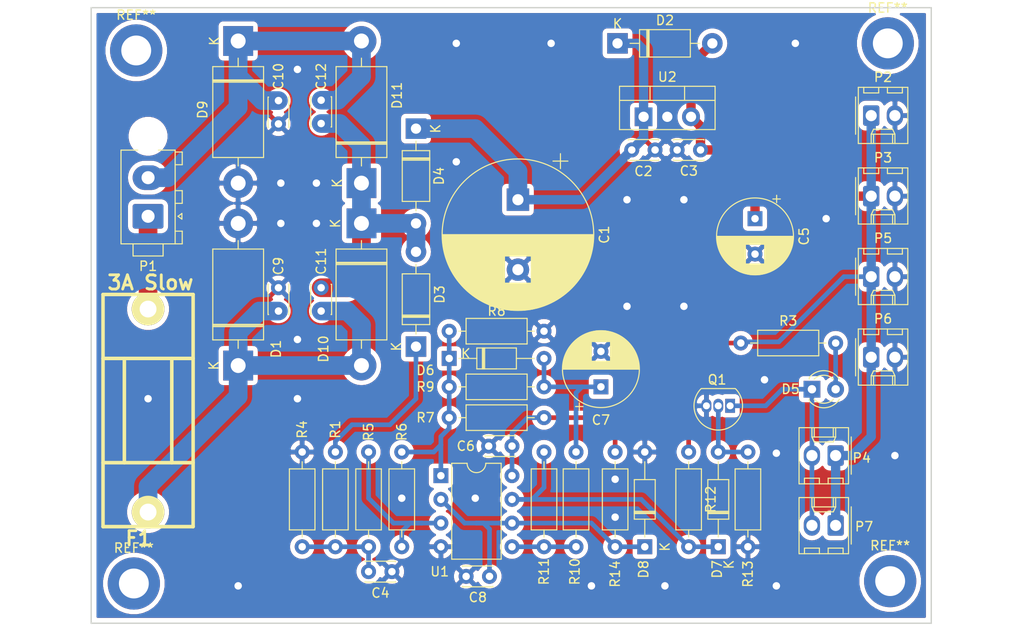
<source format=kicad_pcb>
(kicad_pcb (version 20171130) (host pcbnew "(5.1.4)-1")
  (layers (0 F.Cu jumper) (31 B.Cu signal) (34 B.Paste user) (35 F.Paste user) (36 B.SilkS user) (37 F.SilkS user) (38 B.Mask user) (39 F.Mask user) (44 Edge.Cuts user))
  (net 0 "")
  (net 1 "Net-(C1-Pad1)")
  (net 2 GND)
  (net 3 +12V)
  (net 4 "Net-(C4-Pad1)")
  (net 5 "Net-(F1-Pad1)")
  (net 6 "Net-(D5-Pad2)")
  (net 7 "Net-(C7-Pad1)")
  (net 8 "Net-(D3-Pad1)")
  (net 9 "Net-(D5-Pad1)")
  (net 10 "Net-(D6-Pad1)")
  (net 11 "Net-(D7-Pad2)")
  (net 12 "Net-(D7-Pad1)")
  (net 13 "Net-(R5-Pad1)")
  (net 14 "Net-(R10-Pad2)")
  (net 15 /Vref)
  (net 16 "Net-(C11-Pad1)")
  (net 17 "Net-(C10-Pad2)")
  (net 18 "Net-(C11-Pad2)")
  (module w_misc_comp:fuse_holder_CQ-2 (layer F.Cu) (at 96.266 90.424)
    (fp_text reference F1 (at -1.016 13.716) (layer F.SilkS) (effects (font (size 1.524 1.524) (thickness 0.3048))))
    (fp_text value "3A Slow" (at 0.254 -13.716) (layer F.SilkS) (effects (font (size 1.524 1.524) (thickness 0.3048))))
    (pad 2 thru_hole circle (at 0 10.8839) (size 3.50012 3.50012) (drill 1.80086) (layers *.Cu *.Mask F.SilkS) (net 16 "Net-(C11-Pad1)"))
    (pad 1 thru_hole circle (at 0 -10.8839) (size 3.50012 3.50012) (drill 1.80086) (layers *.Cu *.Mask F.SilkS) (net 5 "Net-(F1-Pad1)"))
  )
  (module MountingHole:MountingHole_3.2mm_M3_DIN965_Pad (layer F.Cu) (at 175.768 108.712)
    (fp_text reference REF** (at 0 -3.8) (layer F.SilkS))
    (fp_text value MountingHole_3.2mm_M3_DIN965_Pad)
    (pad 1 thru_hole circle (at 0 0) (size 5.6 5.6) (drill 3.2) (layers *.Cu *.Mask))
  )
  (module MountingHole:MountingHole_3.2mm_M3_DIN965_Pad (layer F.Cu) (at 94.742 108.966)
    (fp_text reference REF** (at 0 -3.8) (layer F.SilkS))
    (fp_text value MountingHole_3.2mm_M3_DIN965_Pad)
    (pad 1 thru_hole circle (at 0 0) (size 5.6 5.6) (drill 3.2) (layers *.Cu *.Mask))
  )
  (module MountingHole:MountingHole_3.2mm_M3_DIN965_Pad (layer F.Cu) (at 175.514 51.054)
    (fp_text reference REF** (at 0 -3.8) (layer F.SilkS))
    (fp_text value MountingHole_3.2mm_M3_DIN965_Pad)
    (pad 1 thru_hole circle (at 0 0) (size 5.6 5.6) (drill 3.2) (layers *.Cu *.Mask))
  )
  (module MountingHole:MountingHole_3.2mm_M3_DIN965_Pad (layer F.Cu) (at 94.996 51.816)
    (fp_text reference REF** (at 0 -3.8) (layer F.SilkS))
    (fp_text value MountingHole_3.2mm_M3_DIN965_Pad)
    (pad 1 thru_hole circle (at 0 0) (size 5.6 5.6) (drill 3.2) (layers *.Cu *.Mask))
  )
  (module Diode_THT:D_DO-35_SOD27_P10.16mm_Horizontal (layer F.Cu) (at 149.479 105.029 90)
    (fp_text reference D8 (at -2.413 -0.127 90) (layer F.SilkS))
    (fp_text value ZD3V9)
    (fp_text user K (at 0 2.159 90) (layer F.SilkS))
    (pad 2 thru_hole oval (at 10.16 0 90) (size 1.6 1.6) (drill 0.8) (layers *.Cu *.Mask) (net 2 GND))
    (pad 1 thru_hole rect (at 0 0 90) (size 1.6 1.6) (drill 0.8) (layers *.Cu *.Mask) (net 15 /Vref))
  )
  (module Diode_THT:D_DO-35_SOD27_P10.16mm_Horizontal (layer F.Cu) (at 157.353 105.029 90)
    (fp_text reference D7 (at -2.413 -0.127 90) (layer F.SilkS))
    (fp_text value ZD5V6)
    (fp_text user K (at -1.905 1.143 90) (layer F.SilkS))
    (pad 2 thru_hole oval (at 10.16 0 90) (size 1.6 1.6) (drill 0.8) (layers *.Cu *.Mask) (net 11 "Net-(D7-Pad2)"))
    (pad 1 thru_hole rect (at 0 0 90) (size 1.6 1.6) (drill 0.8) (layers *.Cu *.Mask) (net 12 "Net-(D7-Pad1)"))
  )
  (module Diode_THT:D_DO-35_SOD27_P10.16mm_Horizontal (layer F.Cu) (at 128.524 84.836)
    (fp_text reference D6 (at -2.54 1.27) (layer F.SilkS))
    (fp_text value 1N4148)
    (fp_text user K (at 1.778 -0.508) (layer F.SilkS))
    (pad 2 thru_hole oval (at 10.16 0) (size 1.6 1.6) (drill 0.8) (layers *.Cu *.Mask) (net 7 "Net-(C7-Pad1)"))
    (pad 1 thru_hole rect (at 0 0) (size 1.6 1.6) (drill 0.8) (layers *.Cu *.Mask) (net 10 "Net-(D6-Pad1)"))
  )
  (module Resistor_THT:R_Axial_DIN0207_L6.3mm_D2.5mm_P10.16mm_Horizontal (layer F.Cu) (at 146.304 94.869 270)
    (fp_text reference R14 (at 13.081 0 90) (layer F.SilkS))
    (fp_text value 4K7)
    (pad 2 thru_hole oval (at 10.16 0 270) (size 1.6 1.6) (drill 0.8) (layers *.Cu *.Mask) (net 15 /Vref))
    (pad 1 thru_hole circle (at 0 0 270) (size 1.6 1.6) (drill 0.8) (layers *.Cu *.Mask) (net 3 +12V))
  )
  (module Diode_THT:D_DO-201AD_P15.24mm_Horizontal (layer F.Cu) (at 119.126 66.04 90)
    (fp_text reference D11 (at 9.398 3.81 90) (layer F.SilkS))
    (fp_text value SB350)
    (fp_text user K (at 0 -2.6 90) (layer F.SilkS))
    (pad 2 thru_hole oval (at 15.24 0 90) (size 3.2 3.2) (drill 1.6) (layers *.Cu *.Mask) (net 17 "Net-(C10-Pad2)"))
    (pad 1 thru_hole rect (at 0 0 90) (size 3.2 3.2) (drill 1.6) (layers *.Cu *.Mask) (net 18 "Net-(C11-Pad2)"))
  )
  (module Diode_THT:D_DO-201AD_P15.24mm_Horizontal (layer F.Cu) (at 119.126 70.358 270)
    (fp_text reference D10 (at 13.462 4.064 90) (layer F.SilkS))
    (fp_text value SB350)
    (fp_text user K (at 0 2.794 90) (layer F.SilkS))
    (pad 2 thru_hole oval (at 15.24 0 270) (size 3.2 3.2) (drill 1.6) (layers *.Cu *.Mask) (net 16 "Net-(C11-Pad1)"))
    (pad 1 thru_hole rect (at 0 0 270) (size 3.2 3.2) (drill 1.6) (layers *.Cu *.Mask) (net 18 "Net-(C11-Pad2)"))
  )
  (module Diode_THT:D_DO-201AD_P15.24mm_Horizontal (layer F.Cu) (at 105.918 50.8 270)
    (fp_text reference D9 (at 7.366 3.81 90) (layer F.SilkS))
    (fp_text value SB350)
    (fp_text user K (at 0 2.54 90) (layer F.SilkS))
    (pad 2 thru_hole oval (at 15.24 0 270) (size 3.2 3.2) (drill 1.6) (layers *.Cu *.Mask) (net 2 GND))
    (pad 1 thru_hole rect (at 0 0 270) (size 3.2 3.2) (drill 1.6) (layers *.Cu *.Mask) (net 17 "Net-(C10-Pad2)"))
  )
  (module Diode_THT:D_DO-201AD_P15.24mm_Horizontal (layer F.Cu) (at 105.918 85.598 90)
    (fp_text reference D1 (at 1.778 4.064 90) (layer F.SilkS))
    (fp_text value SB350)
    (fp_text user K (at 0 -2.6 90) (layer F.SilkS))
    (pad 2 thru_hole oval (at 15.24 0 90) (size 3.2 3.2) (drill 1.6) (layers *.Cu *.Mask) (net 2 GND))
    (pad 1 thru_hole rect (at 0 0 90) (size 3.2 3.2) (drill 1.6) (layers *.Cu *.Mask) (net 16 "Net-(C11-Pad1)"))
  )
  (module Capacitor_THT:C_Disc_D3.0mm_W2.0mm_P2.50mm (layer F.Cu) (at 114.808 59.65 90)
    (fp_text reference C12 (at 5.04 0 90) (layer F.SilkS))
    (fp_text value 22nF)
    (pad 2 thru_hole circle (at 2.5 0 90) (size 1.6 1.6) (drill 0.8) (layers *.Cu *.Mask) (net 17 "Net-(C10-Pad2)"))
    (pad 1 thru_hole circle (at 0 0 90) (size 1.6 1.6) (drill 0.8) (layers *.Cu *.Mask) (net 18 "Net-(C11-Pad2)"))
  )
  (module Capacitor_THT:C_Disc_D3.0mm_W2.0mm_P2.50mm (layer F.Cu) (at 114.808 79.756 90)
    (fp_text reference C11 (at 5.334 0 90) (layer F.SilkS))
    (fp_text value 22nF)
    (pad 2 thru_hole circle (at 2.5 0 90) (size 1.6 1.6) (drill 0.8) (layers *.Cu *.Mask) (net 18 "Net-(C11-Pad2)"))
    (pad 1 thru_hole circle (at 0 0 90) (size 1.6 1.6) (drill 0.8) (layers *.Cu *.Mask) (net 16 "Net-(C11-Pad1)"))
  )
  (module Capacitor_THT:C_Disc_D3.0mm_W2.0mm_P2.50mm (layer F.Cu) (at 110.236 59.69 90)
    (fp_text reference C10 (at 5.08 0 90) (layer F.SilkS))
    (fp_text value 22nF)
    (pad 2 thru_hole circle (at 2.5 0 90) (size 1.6 1.6) (drill 0.8) (layers *.Cu *.Mask) (net 17 "Net-(C10-Pad2)"))
    (pad 1 thru_hole circle (at 0 0 90) (size 1.6 1.6) (drill 0.8) (layers *.Cu *.Mask) (net 2 GND))
  )
  (module Capacitor_THT:C_Disc_D3.0mm_W2.0mm_P2.50mm (layer F.Cu) (at 110.236 79.756 90)
    (fp_text reference C9 (at 4.826 0 90) (layer F.SilkS))
    (fp_text value 22nF)
    (pad 2 thru_hole circle (at 2.5 0 90) (size 1.6 1.6) (drill 0.8) (layers *.Cu *.Mask) (net 2 GND))
    (pad 1 thru_hole circle (at 0 0 90) (size 1.6 1.6) (drill 0.8) (layers *.Cu *.Mask) (net 16 "Net-(C11-Pad1)"))
  )
  (module Capacitor_THT:C_Disc_D3.0mm_W2.0mm_P2.50mm (layer F.Cu) (at 132.842 108.204 180)
    (fp_text reference C8 (at 1.25 -2.25) (layer F.SilkS))
    (fp_text value "100nF / 63V")
    (pad 2 thru_hole circle (at 2.5 0 180) (size 1.6 1.6) (drill 0.8) (layers *.Cu *.Mask) (net 2 GND))
    (pad 1 thru_hole circle (at 0 0 180) (size 1.6 1.6) (drill 0.8) (layers *.Cu *.Mask) (net 15 /Vref))
  )
  (module Capacitor_THT:C_Disc_D3.0mm_W2.0mm_P2.50mm (layer F.Cu) (at 135.255 94.234 180)
    (fp_text reference C6 (at 4.953 0) (layer F.SilkS))
    (fp_text value "100nF / 63V")
    (pad 2 thru_hole circle (at 2.5 0 180) (size 1.6 1.6) (drill 0.8) (layers *.Cu *.Mask) (net 2 GND))
    (pad 1 thru_hole circle (at 0 0 180) (size 1.6 1.6) (drill 0.8) (layers *.Cu *.Mask) (net 3 +12V))
  )
  (module Capacitor_THT:CP_Radial_D8.0mm_P3.80mm (layer F.Cu) (at 144.78 87.884 90)
    (fp_text reference C7 (at -3.556 0 180) (layer F.SilkS))
    (fp_text value "47µF / 16V")
    (pad 2 thru_hole circle (at 3.8 0 90) (size 1.6 1.6) (drill 0.8) (layers *.Cu *.Mask) (net 2 GND))
    (pad 1 thru_hole rect (at 0 0 90) (size 1.6 1.6) (drill 0.8) (layers *.Cu *.Mask) (net 7 "Net-(C7-Pad1)"))
  )
  (module Diode_THT:D_DO-41_SOD81_P10.16mm_Horizontal (layer F.Cu) (at 124.968 60.198 270)
    (fp_text reference D4 (at 5.08 -2.47 90) (layer F.SilkS))
    (fp_text value SB350)
    (fp_text user K (at 0 -2.1 90) (layer F.SilkS))
    (pad 2 thru_hole oval (at 10.16 0 270) (size 2.2 2.2) (drill 1.1) (layers *.Cu *.Mask) (net 18 "Net-(C11-Pad2)"))
    (pad 1 thru_hole rect (at 0 0 270) (size 2.2 2.2) (drill 1.1) (layers *.Cu *.Mask) (net 1 "Net-(C1-Pad1)"))
  )
  (module Diode_THT:D_DO-41_SOD81_P10.16mm_Horizontal (layer F.Cu) (at 124.968 83.566 90)
    (fp_text reference D3 (at 5.588 2.54 90) (layer F.SilkS))
    (fp_text value SB190)
    (fp_text user K (at 0 -2.1 90) (layer F.SilkS))
    (pad 2 thru_hole oval (at 10.16 0 90) (size 2.2 2.2) (drill 1.1) (layers *.Cu *.Mask) (net 18 "Net-(C11-Pad2)"))
    (pad 1 thru_hole rect (at 0 0 90) (size 2.2 2.2) (drill 1.1) (layers *.Cu *.Mask) (net 8 "Net-(D3-Pad1)"))
  )
  (module Capacitor_THT:C_Disc_D3.0mm_W2.0mm_P2.50mm (layer F.Cu) (at 119.888 107.696)
    (fp_text reference C4 (at 1.27 2.286) (layer F.SilkS))
    (fp_text value "1µF / 16V")
    (pad 2 thru_hole circle (at 2.5 0) (size 1.6 1.6) (drill 0.8) (layers *.Cu *.Mask) (net 2 GND))
    (pad 1 thru_hole circle (at 0 0) (size 1.6 1.6) (drill 0.8) (layers *.Cu *.Mask) (net 4 "Net-(C4-Pad1)"))
  )
  (module Package_TO_SOT_THT:TO-92_Inline (layer F.Cu) (at 158.623 89.916 180)
    (fp_text reference Q1 (at 1.397 2.794) (layer F.SilkS))
    (fp_text value BS170)
    (pad 1 thru_hole rect (at 0 0 180) (size 1.05 1.5) (drill 0.75) (layers *.Cu *.Mask) (net 9 "Net-(D5-Pad1)"))
    (pad 3 thru_hole oval (at 2.54 0 180) (size 1.05 1.5) (drill 0.75) (layers *.Cu *.Mask) (net 2 GND))
    (pad 2 thru_hole oval (at 1.27 0 180) (size 1.05 1.5) (drill 0.75) (layers *.Cu *.Mask) (net 11 "Net-(D7-Pad2)"))
  )
  (module Resistor_THT:R_Axial_DIN0207_L6.3mm_D2.5mm_P10.16mm_Horizontal (layer F.Cu) (at 116.332 94.869 270)
    (fp_text reference R1 (at -2.413 0 90) (layer F.SilkS))
    (fp_text value 82K)
    (pad 2 thru_hole oval (at 10.16 0 270) (size 1.6 1.6) (drill 0.8) (layers *.Cu *.Mask) (net 4 "Net-(C4-Pad1)"))
    (pad 1 thru_hole circle (at 0 0 270) (size 1.6 1.6) (drill 0.8) (layers *.Cu *.Mask) (net 8 "Net-(D3-Pad1)"))
  )
  (module Resistor_THT:R_Axial_DIN0207_L6.3mm_D2.5mm_P10.16mm_Horizontal (layer F.Cu) (at 112.776 105.029 90)
    (fp_text reference R4 (at 12.573 0 90) (layer F.SilkS))
    (fp_text value 100K)
    (pad 2 thru_hole oval (at 10.16 0 90) (size 1.6 1.6) (drill 0.8) (layers *.Cu *.Mask) (net 2 GND))
    (pad 1 thru_hole circle (at 0 0 90) (size 1.6 1.6) (drill 0.8) (layers *.Cu *.Mask) (net 4 "Net-(C4-Pad1)"))
  )
  (module Resistor_THT:R_Axial_DIN0207_L6.3mm_D2.5mm_P10.16mm_Horizontal (layer F.Cu) (at 119.888 94.869 270)
    (fp_text reference R5 (at -2.159 0 90) (layer F.SilkS))
    (fp_text value 10K)
    (pad 2 thru_hole oval (at 10.16 0 270) (size 1.6 1.6) (drill 0.8) (layers *.Cu *.Mask) (net 4 "Net-(C4-Pad1)"))
    (pad 1 thru_hole circle (at 0 0 270) (size 1.6 1.6) (drill 0.8) (layers *.Cu *.Mask) (net 13 "Net-(R5-Pad1)"))
  )
  (module Resistor_THT:R_Axial_DIN0207_L6.3mm_D2.5mm_P10.16mm_Horizontal (layer F.Cu) (at 128.524 91.186)
    (fp_text reference R7 (at -2.54 0) (layer F.SilkS))
    (fp_text value 10K)
    (pad 2 thru_hole oval (at 10.16 0) (size 1.6 1.6) (drill 0.8) (layers *.Cu *.Mask) (net 3 +12V))
    (pad 1 thru_hole circle (at 0 0) (size 1.6 1.6) (drill 0.8) (layers *.Cu *.Mask) (net 10 "Net-(D6-Pad1)"))
  )
  (module Resistor_THT:R_Axial_DIN0207_L6.3mm_D2.5mm_P10.16mm_Horizontal (layer F.Cu) (at 138.684 81.915 180)
    (fp_text reference R8 (at 5.08 2.159) (layer F.SilkS))
    (fp_text value 10K)
    (pad 2 thru_hole oval (at 10.16 0 180) (size 1.6 1.6) (drill 0.8) (layers *.Cu *.Mask) (net 10 "Net-(D6-Pad1)"))
    (pad 1 thru_hole circle (at 0 0 180) (size 1.6 1.6) (drill 0.8) (layers *.Cu *.Mask) (net 2 GND))
  )
  (module Resistor_THT:R_Axial_DIN0207_L6.3mm_D2.5mm_P10.16mm_Horizontal (layer F.Cu) (at 128.524 87.884)
    (fp_text reference R9 (at -2.54 0) (layer F.SilkS))
    (fp_text value 470K)
    (pad 2 thru_hole oval (at 10.16 0) (size 1.6 1.6) (drill 0.8) (layers *.Cu *.Mask) (net 7 "Net-(C7-Pad1)"))
    (pad 1 thru_hole circle (at 0 0) (size 1.6 1.6) (drill 0.8) (layers *.Cu *.Mask) (net 10 "Net-(D6-Pad1)"))
  )
  (module Resistor_THT:R_Axial_DIN0207_L6.3mm_D2.5mm_P10.16mm_Horizontal (layer F.Cu) (at 123.444 94.869 270)
    (fp_text reference R6 (at -2.159 0 90) (layer F.SilkS))
    (fp_text value 1M)
    (pad 2 thru_hole oval (at 10.16 0 270) (size 1.6 1.6) (drill 0.8) (layers *.Cu *.Mask) (net 13 "Net-(R5-Pad1)"))
    (pad 1 thru_hole circle (at 0 0 270) (size 1.6 1.6) (drill 0.8) (layers *.Cu *.Mask) (net 10 "Net-(D6-Pad1)"))
  )
  (module Resistor_THT:R_Axial_DIN0207_L6.3mm_D2.5mm_P10.16mm_Horizontal (layer F.Cu) (at 142.113 94.869 270)
    (fp_text reference R10 (at 12.827 0.127 90) (layer F.SilkS))
    (fp_text value 10K)
    (pad 2 thru_hole oval (at 10.16 0 270) (size 1.6 1.6) (drill 0.8) (layers *.Cu *.Mask) (net 14 "Net-(R10-Pad2)"))
    (pad 1 thru_hole circle (at 0 0 270) (size 1.6 1.6) (drill 0.8) (layers *.Cu *.Mask) (net 7 "Net-(C7-Pad1)"))
  )
  (module Resistor_THT:R_Axial_DIN0207_L6.3mm_D2.5mm_P10.16mm_Horizontal (layer F.Cu) (at 138.684 105.029 90)
    (fp_text reference R11 (at -2.667 0 90) (layer F.SilkS))
    (fp_text value 5M1)
    (pad 2 thru_hole oval (at 10.16 0 90) (size 1.6 1.6) (drill 0.8) (layers *.Cu *.Mask) (net 12 "Net-(D7-Pad1)"))
    (pad 1 thru_hole circle (at 0 0 90) (size 1.6 1.6) (drill 0.8) (layers *.Cu *.Mask) (net 14 "Net-(R10-Pad2)"))
  )
  (module Package_DIP:DIP-8_W7.62mm (layer F.Cu) (at 127.635 97.409)
    (fp_text reference U1 (at -0.127 10.287) (layer F.SilkS))
    (fp_text value LM393)
    (pad 1 thru_hole rect (at 0 0) (size 1.6 1.6) (drill 0.8) (layers *.Cu *.Mask) (net 10 "Net-(D6-Pad1)"))
    (pad 5 thru_hole oval (at 7.62 7.62) (size 1.6 1.6) (drill 0.8) (layers *.Cu *.Mask) (net 14 "Net-(R10-Pad2)"))
    (pad 2 thru_hole oval (at 0 2.54) (size 1.6 1.6) (drill 0.8) (layers *.Cu *.Mask) (net 15 /Vref))
    (pad 6 thru_hole oval (at 7.62 5.08) (size 1.6 1.6) (drill 0.8) (layers *.Cu *.Mask) (net 15 /Vref))
    (pad 3 thru_hole oval (at 0 5.08) (size 1.6 1.6) (drill 0.8) (layers *.Cu *.Mask) (net 13 "Net-(R5-Pad1)"))
    (pad 7 thru_hole oval (at 7.62 2.54) (size 1.6 1.6) (drill 0.8) (layers *.Cu *.Mask) (net 12 "Net-(D7-Pad1)"))
    (pad 4 thru_hole oval (at 0 7.62) (size 1.6 1.6) (drill 0.8) (layers *.Cu *.Mask) (net 2 GND))
    (pad 8 thru_hole oval (at 7.62 0) (size 1.6 1.6) (drill 0.8) (layers *.Cu *.Mask) (net 3 +12V))
  )
  (module Resistor_THT:R_Axial_DIN0207_L6.3mm_D2.5mm_P10.16mm_Horizontal (layer F.Cu) (at 154.178 94.869 270)
    (fp_text reference R12 (at 5.08 -2.37 90) (layer F.SilkS))
    (fp_text value 10K)
    (pad 2 thru_hole oval (at 10.16 0 270) (size 1.6 1.6) (drill 0.8) (layers *.Cu *.Mask) (net 12 "Net-(D7-Pad1)"))
    (pad 1 thru_hole circle (at 0 0 270) (size 1.6 1.6) (drill 0.8) (layers *.Cu *.Mask) (net 3 +12V))
  )
  (module Resistor_THT:R_Axial_DIN0207_L6.3mm_D2.5mm_P10.16mm_Horizontal (layer F.Cu) (at 160.528 94.869 270)
    (fp_text reference R13 (at 13.081 0 90) (layer F.SilkS))
    (fp_text value 10K)
    (pad 2 thru_hole oval (at 10.16 0 270) (size 1.6 1.6) (drill 0.8) (layers *.Cu *.Mask) (net 2 GND))
    (pad 1 thru_hole circle (at 0 0 270) (size 1.6 1.6) (drill 0.8) (layers *.Cu *.Mask) (net 11 "Net-(D7-Pad2)"))
  )
  (module Package_TO_SOT_THT:TO-220-3_Vertical (layer F.Cu) (at 149.352 58.928)
    (fp_text reference U2 (at 2.54 -4.27) (layer F.SilkS))
    (fp_text value LM7812CT)
    (pad 3 thru_hole oval (at 5.08 0) (size 1.905 2) (drill 1.1) (layers *.Cu *.Mask) (net 3 +12V))
    (pad 2 thru_hole oval (at 2.54 0) (size 1.905 2) (drill 1.1) (layers *.Cu *.Mask) (net 2 GND))
    (pad 1 thru_hole rect (at 0 0) (size 1.905 2) (drill 1.1) (layers *.Cu *.Mask) (net 1 "Net-(C1-Pad1)"))
  )
  (module Resistor_THT:R_Axial_DIN0207_L6.3mm_D2.5mm_P10.16mm_Horizontal (layer F.Cu) (at 159.766 83.185)
    (fp_text reference R3 (at 5.08 -2.37 180) (layer F.SilkS))
    (fp_text value 47k)
    (pad 2 thru_hole oval (at 10.16 0) (size 1.6 1.6) (drill 0.8) (layers *.Cu *.Mask) (net 6 "Net-(D5-Pad2)"))
    (pad 1 thru_hole circle (at 0 0) (size 1.6 1.6) (drill 0.8) (layers *.Cu *.Mask) (net 3 +12V))
  )
  (module Connector_Molex:Molex_KK-254_AE-6410-02A_1x02_P2.54mm_Vertical (layer F.Cu) (at 169.926 102.743 180)
    (fp_text reference P7 (at -3.048 -0.127) (layer F.SilkS))
    (fp_text value Relais)
    (pad 2 thru_hole oval (at 2.54 0 180) (size 1.74 2.2) (drill 1.2) (layers *.Cu *.Mask) (net 9 "Net-(D5-Pad1)"))
    (pad 1 thru_hole roundrect (at 0 0 180) (size 1.74 2.2) (drill 1.2) (layers *.Cu *.Mask) (roundrect_rratio 0.143678) (net 3 +12V))
  )
  (module Connector_Molex:Molex_KK-254_AE-6410-02A_1x02_P2.54mm_Vertical (layer F.Cu) (at 173.736 84.709)
    (fp_text reference P6 (at 1.27 -4.12) (layer F.SilkS))
    (fp_text value 12V_DC_4)
    (pad 2 thru_hole oval (at 2.54 0) (size 1.74 2.2) (drill 1.2) (layers *.Cu *.Mask) (net 2 GND))
    (pad 1 thru_hole roundrect (at 0 0) (size 1.74 2.2) (drill 1.2) (layers *.Cu *.Mask) (roundrect_rratio 0.143678) (net 3 +12V))
  )
  (module Connector_Molex:Molex_KK-254_AE-6410-02A_1x02_P2.54mm_Vertical (layer F.Cu) (at 173.736 76.073)
    (fp_text reference P5 (at 1.27 -4.12) (layer F.SilkS))
    (fp_text value 12V_DC_3)
    (pad 2 thru_hole oval (at 2.54 0) (size 1.74 2.2) (drill 1.2) (layers *.Cu *.Mask) (net 2 GND))
    (pad 1 thru_hole roundrect (at 0 0) (size 1.74 2.2) (drill 1.2) (layers *.Cu *.Mask) (roundrect_rratio 0.143678) (net 3 +12V))
  )
  (module Connector_Molex:Molex_KK-254_AE-6410-02A_1x02_P2.54mm_Vertical (layer F.Cu) (at 169.926 95.25 180)
    (fp_text reference P4 (at -2.794 -0.254) (layer F.SilkS))
    (fp_text value Relais)
    (pad 2 thru_hole oval (at 2.54 0 180) (size 1.74 2.2) (drill 1.2) (layers *.Cu *.Mask) (net 9 "Net-(D5-Pad1)"))
    (pad 1 thru_hole roundrect (at 0 0 180) (size 1.74 2.2) (drill 1.2) (layers *.Cu *.Mask) (roundrect_rratio 0.143678) (net 3 +12V))
  )
  (module Connector_Molex:Molex_KK-254_AE-6410-02A_1x02_P2.54mm_Vertical (layer F.Cu) (at 173.736 67.437)
    (fp_text reference P3 (at 1.27 -4.12) (layer F.SilkS))
    (fp_text value 12V_DC_2)
    (pad 2 thru_hole oval (at 2.54 0) (size 1.74 2.2) (drill 1.2) (layers *.Cu *.Mask) (net 2 GND))
    (pad 1 thru_hole roundrect (at 0 0) (size 1.74 2.2) (drill 1.2) (layers *.Cu *.Mask) (roundrect_rratio 0.143678) (net 3 +12V))
  )
  (module Connector_Molex:Molex_KK-254_AE-6410-02A_1x02_P2.54mm_Vertical (layer F.Cu) (at 173.736 58.801)
    (fp_text reference P2 (at 1.27 -4.12) (layer F.SilkS))
    (fp_text value 12V_DC_1)
    (pad 2 thru_hole oval (at 2.54 0) (size 1.74 2.2) (drill 1.2) (layers *.Cu *.Mask) (net 2 GND))
    (pad 1 thru_hole roundrect (at 0 0) (size 1.74 2.2) (drill 1.2) (layers *.Cu *.Mask) (roundrect_rratio 0.143678) (net 3 +12V))
  )
  (module Connector_TE-Connectivity:TE_MATE-N-LOK_1-770866-x_1x02_P4.14mm_Vertical (layer F.Cu) (at 96.266 69.596 180)
    (fp_text reference P1 (at 0 -5.35) (layer F.SilkS))
    (fp_text value 12V_AC)
    (pad "" np_thru_hole circle (at 0 8.58 180) (size 3.18 3.18) (drill 3.18) (layers *.Cu *.Mask))
    (pad 2 thru_hole oval (at 0 4.14 180) (size 3.3 2.64) (drill 1.4) (layers *.Cu *.Mask) (net 17 "Net-(C10-Pad2)"))
    (pad 1 thru_hole roundrect (at 0 0 180) (size 3.3 2.64) (drill 1.4) (layers *.Cu *.Mask) (roundrect_rratio 0.094697) (net 5 "Net-(F1-Pad1)"))
  )
  (module LED_THT:LED_D3.0mm (layer F.Cu) (at 167.386 88.138)
    (fp_text reference D5 (at -2.286 0) (layer F.SilkS))
    (fp_text value LED)
    (pad 2 thru_hole circle (at 2.54 0) (size 1.8 1.8) (drill 0.9) (layers *.Cu *.Mask) (net 6 "Net-(D5-Pad2)"))
    (pad 1 thru_hole rect (at 0 0) (size 1.8 1.8) (drill 0.9) (layers *.Cu *.Mask) (net 9 "Net-(D5-Pad1)"))
  )
  (module Diode_THT:D_DO-41_SOD81_P10.16mm_Horizontal (layer F.Cu) (at 146.558 51.054)
    (fp_text reference D2 (at 5.08 -2.47) (layer F.SilkS))
    (fp_text value 1N4001)
    (fp_text user K (at 0 -2.1) (layer F.SilkS))
    (pad 2 thru_hole oval (at 10.16 0) (size 2.2 2.2) (drill 1.1) (layers *.Cu *.Mask) (net 3 +12V))
    (pad 1 thru_hole rect (at 0 0) (size 2.2 2.2) (drill 1.1) (layers *.Cu *.Mask) (net 1 "Net-(C1-Pad1)"))
  )
  (module Capacitor_THT:CP_Radial_D8.0mm_P3.80mm (layer F.Cu) (at 161.29 69.85 270)
    (fp_text reference C5 (at 1.9 -5.25 270) (layer F.SilkS))
    (fp_text value "47µF / 16V")
    (pad 2 thru_hole circle (at 3.8 0 270) (size 1.6 1.6) (drill 0.8) (layers *.Cu *.Mask) (net 2 GND))
    (pad 1 thru_hole rect (at 0 0 270) (size 1.6 1.6) (drill 0.8) (layers *.Cu *.Mask) (net 3 +12V))
  )
  (module Capacitor_THT:C_Disc_D3.0mm_W2.0mm_P2.50mm (layer F.Cu) (at 155.448 62.484 180)
    (fp_text reference C3 (at 1.25 -2.25 180) (layer F.SilkS))
    (fp_text value "100nF / 16V")
    (pad 2 thru_hole circle (at 2.5 0 180) (size 1.6 1.6) (drill 0.8) (layers *.Cu *.Mask) (net 2 GND))
    (pad 1 thru_hole circle (at 0 0 180) (size 1.6 1.6) (drill 0.8) (layers *.Cu *.Mask) (net 3 +12V))
  )
  (module Capacitor_THT:C_Disc_D3.0mm_W2.0mm_P2.50mm (layer F.Cu) (at 148.082 62.484)
    (fp_text reference C2 (at 1.25 2.286) (layer F.SilkS))
    (fp_text value "100nF / 63V")
    (pad 2 thru_hole circle (at 2.5 0) (size 1.6 1.6) (drill 0.8) (layers *.Cu *.Mask) (net 2 GND))
    (pad 1 thru_hole circle (at 0 0) (size 1.6 1.6) (drill 0.8) (layers *.Cu *.Mask) (net 1 "Net-(C1-Pad1)"))
  )
  (module Capacitor_THT:CP_Radial_D16.0mm_P7.50mm (layer F.Cu) (at 135.89 67.818 270)
    (fp_text reference C1 (at 3.75 -9.25 270) (layer F.SilkS))
    (fp_text value "4700µF / 63V")
    (pad 2 thru_hole circle (at 7.5 0 270) (size 2.4 2.4) (drill 1.2) (layers *.Cu *.Mask) (net 2 GND))
    (pad 1 thru_hole rect (at 0 0 270) (size 2.4 2.4) (drill 1.2) (layers *.Cu *.Mask) (net 1 "Net-(C1-Pad1)"))
  )
  (gr_line (start 90.17 47.228) (end 90.17 113.228) (layer Edge.Cuts) (width 0.15))
  (gr_line (start 180.17 47.228) (end 90.17 47.228) (layer Edge.Cuts) (width 0.15))
  (gr_line (start 180.17 113.228) (end 180.17 47.228) (layer Edge.Cuts) (width 0.15))
  (gr_line (start 90.17 113.228) (end 180.17 113.228) (layer Edge.Cuts) (width 0.15))
  (segment (start 142.748 67.818) (end 148.082 62.484) (width 1) (layer B.Cu) (net 1))
  (segment (start 135.89 67.818) (end 142.748 67.818) (width 1) (layer B.Cu) (net 1))
  (segment (start 149.352 61.214) (end 148.082 62.484) (width 1) (layer B.Cu) (net 1))
  (segment (start 149.352 58.928) (end 149.352 61.214) (width 1) (layer B.Cu) (net 1))
  (segment (start 148.658 51.054) (end 146.558 51.054) (width 1) (layer B.Cu) (net 1))
  (segment (start 149.352 51.748) (end 148.658 51.054) (width 1) (layer B.Cu) (net 1))
  (segment (start 149.352 58.928) (end 149.352 51.748) (width 1) (layer B.Cu) (net 1))
  (segment (start 135.89 64.77) (end 135.89 67.818) (width 2) (layer B.Cu) (net 1))
  (segment (start 124.968 60.198) (end 131.318 60.198) (width 2) (layer B.Cu) (net 1))
  (segment (start 131.318 60.198) (end 135.89 64.77) (width 2) (layer B.Cu) (net 1))
  (via (at 110.49 66.04) (size 1) (drill 0.8) (layers F.Cu B.Cu) (net 2))
  (via (at 114.3 66.04) (size 1) (drill 0.8) (layers F.Cu B.Cu) (net 2))
  (via (at 114.3 70.358) (size 1) (drill 0.8) (layers F.Cu B.Cu) (net 2))
  (via (at 110.49 70.358) (size 1) (drill 0.8) (layers F.Cu B.Cu) (net 2))
  (via (at 147.574 67.818) (size 1) (drill 0.8) (layers F.Cu B.Cu) (net 2))
  (via (at 147.574 79.248) (size 1) (drill 0.8) (layers F.Cu B.Cu) (net 2))
  (via (at 153.67 79.248) (size 1) (drill 0.8) (layers F.Cu B.Cu) (net 2))
  (via (at 153.67 67.818) (size 1) (drill 0.8) (layers F.Cu B.Cu) (net 2))
  (via (at 168.91 69.85) (size 1) (drill 0.8) (layers F.Cu B.Cu) (net 2))
  (via (at 163.576 94.996) (size 1) (drill 0.8) (layers F.Cu B.Cu) (net 2))
  (via (at 143.764 109.22) (size 1) (drill 0.8) (layers F.Cu B.Cu) (net 2))
  (via (at 151.638 109.22) (size 1) (drill 0.8) (layers F.Cu B.Cu) (net 2))
  (via (at 112.268 89.154) (size 1) (drill 0.8) (layers F.Cu B.Cu) (net 2))
  (via (at 112.268 53.848) (size 1) (drill 0.8) (layers F.Cu B.Cu) (net 2))
  (via (at 129.286 51.054) (size 1) (drill 0.8) (layers F.Cu B.Cu) (net 2))
  (via (at 139.446 51.054) (size 1) (drill 0.8) (layers F.Cu B.Cu) (net 2))
  (via (at 165.608 51.054) (size 1) (drill 0.8) (layers F.Cu B.Cu) (net 2))
  (via (at 176.276 95.25) (size 1) (drill 0.8) (layers F.Cu B.Cu) (net 2))
  (via (at 129.286 63.754) (size 1) (drill 0.8) (layers F.Cu B.Cu) (net 2))
  (via (at 123.444 99.822) (size 1) (drill 0.8) (layers F.Cu B.Cu) (net 2))
  (via (at 131.318 99.822) (size 1) (drill 0.8) (layers F.Cu B.Cu) (net 2))
  (via (at 146.304 101.854) (size 1) (drill 0.8) (layers F.Cu B.Cu) (net 2))
  (via (at 146.304 97.79) (size 1) (drill 0.8) (layers F.Cu B.Cu) (net 2))
  (via (at 162.306 87.122) (size 1) (drill 0.8) (layers F.Cu B.Cu) (net 2))
  (via (at 96.266 89.154) (size 1) (drill 0.8) (layers F.Cu B.Cu) (net 2))
  (via (at 112.268 82.804) (size 1) (drill 0.8) (layers F.Cu B.Cu) (net 2))
  (via (at 163.576 109.22) (size 1) (drill 0.8) (layers F.Cu B.Cu) (net 2))
  (via (at 105.918 109.22) (size 1) (drill 0.8) (layers F.Cu B.Cu) (net 2))
  (segment (start 135.255 97.409) (end 135.255 94.234) (width 0.5) (layer B.Cu) (net 3))
  (segment (start 169.926 95.25) (end 169.926 102.743) (width 1) (layer B.Cu) (net 3))
  (segment (start 173.736 58.801) (end 173.736 67.437) (width 1) (layer B.Cu) (net 3))
  (segment (start 173.736 67.437) (end 173.736 76.073) (width 1) (layer B.Cu) (net 3))
  (segment (start 173.736 84.709) (end 173.736 76.073) (width 1) (layer B.Cu) (net 3))
  (segment (start 135.255 92.837) (end 135.255 94.234) (width 0.5) (layer B.Cu) (net 3))
  (segment (start 138.684 91.186) (end 136.906 91.186) (width 0.5) (layer B.Cu) (net 3))
  (segment (start 136.906 91.186) (end 135.255 92.837) (width 0.5) (layer B.Cu) (net 3))
  (segment (start 154.178 89.916) (end 154.178 94.869) (width 0.5) (layer F.Cu) (net 3))
  (segment (start 158.115 83.185) (end 154.178 87.122) (width 0.5) (layer F.Cu) (net 3))
  (segment (start 159.766 83.185) (end 158.115 83.185) (width 0.5) (layer F.Cu) (net 3))
  (segment (start 152.908 91.186) (end 154.178 89.916) (width 0.5) (layer F.Cu) (net 3))
  (segment (start 154.178 87.122) (end 154.178 89.916) (width 0.5) (layer F.Cu) (net 3))
  (segment (start 147.066 91.186) (end 152.908 91.186) (width 0.5) (layer F.Cu) (net 3))
  (segment (start 171.704 95.25) (end 169.926 95.25) (width 1) (layer B.Cu) (net 3))
  (segment (start 173.736 84.709) (end 173.736 93.218) (width 1) (layer B.Cu) (net 3))
  (segment (start 173.736 93.218) (end 171.704 95.25) (width 1) (layer B.Cu) (net 3))
  (segment (start 146.304 91.948) (end 147.066 91.186) (width 0.5) (layer F.Cu) (net 3))
  (segment (start 146.304 94.869) (end 146.304 91.948) (width 0.5) (layer F.Cu) (net 3))
  (segment (start 138.684 91.186) (end 147.066 91.186) (width 0.5) (layer F.Cu) (net 3))
  (segment (start 155.448 59.944) (end 154.432 58.928) (width 1) (layer F.Cu) (net 3))
  (segment (start 155.448 62.484) (end 155.448 59.944) (width 1) (layer F.Cu) (net 3))
  (segment (start 154.432 53.34) (end 156.718 51.054) (width 1) (layer F.Cu) (net 3))
  (segment (start 154.432 58.928) (end 154.432 53.34) (width 1) (layer F.Cu) (net 3))
  (segment (start 160.274 62.484) (end 155.448 62.484) (width 1) (layer F.Cu) (net 3))
  (segment (start 161.29 63.5) (end 160.274 62.484) (width 1) (layer F.Cu) (net 3))
  (segment (start 161.29 69.85) (end 161.29 65.024) (width 1) (layer F.Cu) (net 3))
  (segment (start 161.29 65.024) (end 161.29 63.5) (width 1) (layer F.Cu) (net 3))
  (segment (start 162.56 66.294) (end 161.29 65.024) (width 1) (layer F.Cu) (net 3))
  (segment (start 170.434 66.294) (end 162.56 66.294) (width 1) (layer F.Cu) (net 3))
  (segment (start 173.736 67.437) (end 171.577 67.437) (width 1) (layer F.Cu) (net 3))
  (segment (start 171.577 67.437) (end 170.434 66.294) (width 1) (layer F.Cu) (net 3))
  (segment (start 170.815 76.073) (end 163.83 83.058) (width 0.5) (layer B.Cu) (net 3))
  (segment (start 173.736 76.073) (end 170.815 76.073) (width 0.5) (layer B.Cu) (net 3))
  (segment (start 163.83 83.058) (end 159.766 83.058) (width 0.5) (layer B.Cu) (net 3))
  (segment (start 159.766 83.058) (end 159.766 83.185) (width 0.5) (layer B.Cu) (net 3))
  (segment (start 112.776 105.029) (end 116.332 105.029) (width 0.5) (layer B.Cu) (net 4))
  (segment (start 116.332 105.029) (end 119.888 105.029) (width 0.5) (layer B.Cu) (net 4))
  (segment (start 119.888 107.696) (end 119.888 105.029) (width 0.5) (layer B.Cu) (net 4))
  (segment (start 96.266 79.5401) (end 96.266 69.596) (width 2) (layer F.Cu) (net 5))
  (segment (start 169.926 88.138) (end 169.926 83.185) (width 0.5) (layer B.Cu) (net 6))
  (segment (start 138.684 84.836) (end 138.684 87.884) (width 0.5) (layer B.Cu) (net 7))
  (segment (start 138.684 87.884) (end 142.748 87.884) (width 0.5) (layer B.Cu) (net 7))
  (segment (start 142.113 88.519) (end 142.748 87.884) (width 0.5) (layer B.Cu) (net 7))
  (segment (start 142.113 94.869) (end 142.113 88.519) (width 0.5) (layer B.Cu) (net 7))
  (segment (start 142.748 87.884) (end 144.78 87.884) (width 0.5) (layer B.Cu) (net 7))
  (segment (start 116.332 93.726) (end 116.332 94.869) (width 0.5) (layer B.Cu) (net 8))
  (segment (start 118.11 91.948) (end 116.332 93.726) (width 0.5) (layer B.Cu) (net 8))
  (segment (start 122.174 91.948) (end 118.11 91.948) (width 0.5) (layer B.Cu) (net 8))
  (segment (start 124.968 83.566) (end 124.968 89.154) (width 0.5) (layer B.Cu) (net 8))
  (segment (start 124.968 89.154) (end 122.174 91.948) (width 0.5) (layer B.Cu) (net 8))
  (segment (start 167.386 102.743) (end 167.386 95.25) (width 0.5) (layer B.Cu) (net 9))
  (segment (start 167.386 88.138) (end 167.386 95.25) (width 0.5) (layer B.Cu) (net 9))
  (segment (start 164.211 88.138) (end 167.386 88.138) (width 0.5) (layer B.Cu) (net 9))
  (segment (start 158.623 89.916) (end 162.433 89.916) (width 0.5) (layer B.Cu) (net 9))
  (segment (start 162.433 89.916) (end 164.211 88.138) (width 0.5) (layer B.Cu) (net 9))
  (segment (start 128.524 87.884) (end 128.524 91.186) (width 0.5) (layer B.Cu) (net 10))
  (segment (start 126.873 94.869) (end 127.635 94.107) (width 0.5) (layer B.Cu) (net 10))
  (segment (start 123.444 94.869) (end 126.873 94.869) (width 0.5) (layer B.Cu) (net 10))
  (segment (start 127.635 94.107) (end 127.635 97.409) (width 0.5) (layer B.Cu) (net 10))
  (segment (start 127.635 93.218) (end 127.635 94.107) (width 0.5) (layer B.Cu) (net 10))
  (segment (start 128.524 91.186) (end 128.524 92.329) (width 0.5) (layer B.Cu) (net 10))
  (segment (start 128.524 92.329) (end 127.635 93.218) (width 0.5) (layer B.Cu) (net 10))
  (segment (start 128.524 87.884) (end 128.524 81.915) (width 0.5) (layer B.Cu) (net 10))
  (segment (start 157.353 89.916) (end 157.353 94.869) (width 0.5) (layer B.Cu) (net 11))
  (segment (start 157.353 94.869) (end 160.528 94.869) (width 0.5) (layer B.Cu) (net 11))
  (segment (start 138.684 98.679) (end 138.684 94.869) (width 0.5) (layer B.Cu) (net 12))
  (segment (start 135.255 99.949) (end 137.414 99.949) (width 0.5) (layer B.Cu) (net 12))
  (segment (start 137.414 99.949) (end 138.684 98.679) (width 0.5) (layer B.Cu) (net 12))
  (segment (start 149.098 99.949) (end 154.178 105.029) (width 0.5) (layer B.Cu) (net 12))
  (segment (start 135.255 99.949) (end 149.098 99.949) (width 0.5) (layer B.Cu) (net 12))
  (segment (start 154.178 105.029) (end 157.353 105.029) (width 0.5) (layer B.Cu) (net 12))
  (segment (start 119.888 99.822) (end 119.888 94.869) (width 0.5) (layer B.Cu) (net 13))
  (segment (start 122.555 102.489) (end 119.888 99.822) (width 0.5) (layer B.Cu) (net 13))
  (segment (start 127.635 102.489) (end 125.603 102.489) (width 0.5) (layer B.Cu) (net 13))
  (segment (start 125.603 102.489) (end 122.555 102.489) (width 0.5) (layer B.Cu) (net 13))
  (segment (start 124.333 102.489) (end 125.603 102.489) (width 0.5) (layer B.Cu) (net 13))
  (segment (start 123.444 105.029) (end 123.444 103.378) (width 0.5) (layer B.Cu) (net 13))
  (segment (start 123.444 103.378) (end 124.333 102.489) (width 0.5) (layer B.Cu) (net 13))
  (segment (start 135.255 105.029) (end 138.684 105.029) (width 0.5) (layer B.Cu) (net 14))
  (segment (start 138.684 105.029) (end 142.113 105.029) (width 0.5) (layer B.Cu) (net 14))
  (segment (start 130.175 102.489) (end 127.635 99.949) (width 0.5) (layer B.Cu) (net 15))
  (segment (start 135.255 102.489) (end 131.445 102.489) (width 0.5) (layer B.Cu) (net 15))
  (segment (start 131.445 102.489) (end 130.175 102.489) (width 0.5) (layer B.Cu) (net 15))
  (segment (start 132.207 102.489) (end 131.445 102.489) (width 0.5) (layer B.Cu) (net 15))
  (segment (start 132.842 108.204) (end 132.842 103.124) (width 0.5) (layer B.Cu) (net 15))
  (segment (start 132.842 103.124) (end 132.207 102.489) (width 0.5) (layer B.Cu) (net 15))
  (segment (start 143.764 102.489) (end 146.304 105.029) (width 0.5) (layer B.Cu) (net 15))
  (segment (start 135.255 102.489) (end 143.764 102.489) (width 0.5) (layer B.Cu) (net 15))
  (segment (start 149.479 105.029) (end 146.304 105.029) (width 0.5) (layer B.Cu) (net 15))
  (segment (start 105.918 85.598) (end 119.126 85.598) (width 2) (layer B.Cu) (net 16))
  (segment (start 105.918 88.9) (end 105.918 85.598) (width 2) (layer B.Cu) (net 16))
  (segment (start 96.266 101.3079) (end 96.266 98.552) (width 2) (layer B.Cu) (net 16))
  (segment (start 96.266 98.552) (end 105.918 88.9) (width 2) (layer B.Cu) (net 16))
  (segment (start 105.918 82.042) (end 105.918 85.598) (width 2) (layer B.Cu) (net 16))
  (segment (start 110.236 79.756) (end 108.204 79.756) (width 2) (layer B.Cu) (net 16))
  (segment (start 108.204 79.756) (end 105.918 82.042) (width 2) (layer B.Cu) (net 16))
  (segment (start 119.126 81.28) (end 119.126 85.598) (width 2) (layer B.Cu) (net 16))
  (segment (start 114.808 79.756) (end 117.602 79.756) (width 2) (layer B.Cu) (net 16))
  (segment (start 117.602 79.756) (end 119.126 81.28) (width 2) (layer B.Cu) (net 16))
  (segment (start 105.918 54.4) (end 105.918 50.8) (width 2) (layer B.Cu) (net 17))
  (segment (start 105.918 57.404) (end 105.918 54.4) (width 2) (layer B.Cu) (net 17))
  (segment (start 105.918 57.912) (end 105.918 54.4) (width 2) (layer B.Cu) (net 17))
  (segment (start 96.266 65.456) (end 98.374 65.456) (width 2) (layer B.Cu) (net 17))
  (segment (start 98.374 65.456) (end 105.918 57.912) (width 2) (layer B.Cu) (net 17))
  (segment (start 119.126 54.61) (end 119.126 50.8) (width 2) (layer B.Cu) (net 17))
  (segment (start 114.808 57.15) (end 116.586 57.15) (width 2) (layer B.Cu) (net 17))
  (segment (start 116.586 57.15) (end 119.126 54.61) (width 2) (layer B.Cu) (net 17))
  (segment (start 105.918 54.61) (end 105.918 50.8) (width 2) (layer B.Cu) (net 17))
  (segment (start 105.918 50.8) (end 119.126 50.8) (width 2) (layer B.Cu) (net 17))
  (segment (start 108.498 57.19) (end 105.918 54.61) (width 2) (layer B.Cu) (net 17))
  (segment (start 110.236 57.19) (end 108.498 57.19) (width 2) (layer B.Cu) (net 17))
  (segment (start 119.126 66.04) (end 119.126 70.358) (width 2) (layer B.Cu) (net 18))
  (segment (start 119.126 70.358) (end 124.968 70.358) (width 2) (layer B.Cu) (net 18))
  (segment (start 124.968 70.358) (end 124.968 73.406) (width 2) (layer B.Cu) (net 18))
  (segment (start 119.126 61.976) (end 119.126 66.04) (width 2) (layer B.Cu) (net 18))
  (segment (start 114.808 59.65) (end 116.8 59.65) (width 2) (layer B.Cu) (net 18))
  (segment (start 116.8 59.65) (end 119.126 61.976) (width 2) (layer B.Cu) (net 18))
  (segment (start 119.126 75.692) (end 119.126 70.358) (width 2) (layer F.Cu) (net 18))
  (segment (start 114.808 77.256) (end 117.562 77.256) (width 2) (layer F.Cu) (net 18))
  (segment (start 117.562 77.256) (end 119.126 75.692) (width 2) (layer F.Cu) (net 18))
  (zone (net 2) (net_name GND) (layer B.Cu) (connect_pads (clearance 0.5)) (min_thickness 0.254) (fill yes (arc_segments 32) (thermal_gap 0.508) (thermal_bridge_width 0.508))
    (polygon (pts (xy 90.17 47.244) (xy 90.17 113.157) (xy 180.086 113.157) (xy 180.086 47.244)))
  )
  (zone (net 2) (net_name GND) (layer F.Cu) (connect_pads (clearance 0.5)) (min_thickness 0.254) (fill yes (arc_segments 32) (thermal_gap 0.508) (thermal_bridge_width 0.508))
    (polygon (pts (xy 90.17 47.244) (xy 90.17 113.157) (xy 180.086 113.157) (xy 180.086 47.244)))
  )
)
</source>
